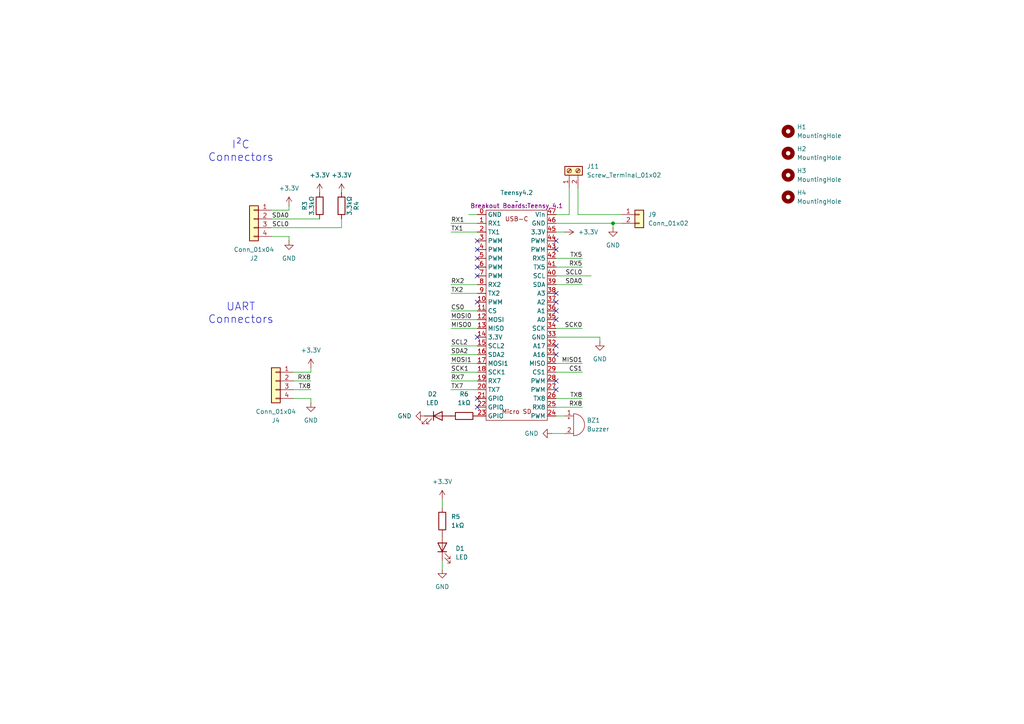
<source format=kicad_sch>
(kicad_sch (version 20231120) (generator "eeschema") (generator_version "8.0")
  (paper "A4")
  (lib_symbols
    (symbol "Breakout Boards:Teensy_4.1"
      (property "Reference" "Teensy4.1" (at 0 0 90))
      (property "Footprint" "Breakout Boards:Teensy_4.1" (at 0 0 0))
      (symbol "Teensy_4.1_0_1"
        (rectangle (start -8.89 30.48) (end 8.89 -30.48))
      )
      (symbol "Teensy_4.1_1_1"
        (text "Micro SD" (at 0 -27.94 0) (effects (font (size 1.27 1.27))))
        (text "USB-C" (at 0 27.94 0) (effects (font (size 1.27 1.27))))
        (pin input line (at -11.43 29.21 0) (length 2.54) (name "GND") (number "0"))
        (pin input line (at -11.43 26.67 0) (length 2.54) (name "RX1") (number "1"))
        (pin input line (at -11.43 3.81 0) (length 2.54) (name "PWM") (number "10"))
        (pin input line (at -11.43 1.27 0) (length 2.54) (name "CS") (number "11"))
        (pin input line (at -11.43 -1.27 0) (length 2.54) (name "MOSI") (number "12"))
        (pin input line (at -11.43 -3.81 0) (length 2.54) (name "MISO") (number "13"))
        (pin input line (at -11.43 -6.35 0) (length 2.54) (name "3.3V") (number "14"))
        (pin input line (at -11.43 -8.89 0) (length 2.54) (name "SCL2") (number "15"))
        (pin input line (at -11.43 -11.43 0) (length 2.54) (name "SDA2") (number "16"))
        (pin input line (at -11.43 -13.97 0) (length 2.54) (name "MOSI1") (number "17"))
        (pin input line (at -11.43 -16.51 0) (length 2.54) (name "SCK1") (number "18"))
        (pin input line (at -11.43 -19.05 0) (length 2.54) (name "RX7") (number "19"))
        (pin input line (at -11.43 24.13 0) (length 2.54) (name "TX1") (number "2"))
        (pin input line (at -11.43 -21.59 0) (length 2.54) (name "TX7") (number "20"))
        (pin input line (at -11.43 -24.13 0) (length 2.54) (name "GPIO") (number "21"))
        (pin input line (at -11.43 -26.67 0) (length 2.54) (name "GPIO") (number "22"))
        (pin input line (at -11.43 -29.21 0) (length 2.54) (name "GPIO") (number "23"))
        (pin input line (at 11.43 -29.21 180) (length 2.54) (name "PWM") (number "24"))
        (pin input line (at 11.43 -26.67 180) (length 2.54) (name "RX8") (number "25"))
        (pin input line (at 11.43 -24.13 180) (length 2.54) (name "TX8") (number "26"))
        (pin input line (at 11.43 -21.59 180) (length 2.54) (name "PWM") (number "27"))
        (pin input line (at 11.43 -19.05 180) (length 2.54) (name "PWM") (number "28"))
        (pin input line (at 11.43 -16.51 180) (length 2.54) (name "CS1") (number "29"))
        (pin input line (at -11.43 21.59 0) (length 2.54) (name "PWM") (number "3"))
        (pin input line (at 11.43 -13.97 180) (length 2.54) (name "MISO") (number "30"))
        (pin input line (at 11.43 -11.43 180) (length 2.54) (name "A16") (number "31"))
        (pin input line (at 11.43 -8.89 180) (length 2.54) (name "A17") (number "32"))
        (pin input line (at 11.43 -6.35 180) (length 2.54) (name "GND") (number "33"))
        (pin input line (at 11.43 -3.81 180) (length 2.54) (name "SCK") (number "34"))
        (pin input line (at 11.43 -1.27 180) (length 2.54) (name "A0") (number "35"))
        (pin input line (at 11.43 1.27 180) (length 2.54) (name "A1") (number "36"))
        (pin input line (at 11.43 3.81 180) (length 2.54) (name "A2") (number "37"))
        (pin input line (at 11.43 6.35 180) (length 2.54) (name "A3") (number "38"))
        (pin input line (at 11.43 8.89 180) (length 2.54) (name "SDA") (number "39"))
        (pin input line (at -11.43 19.05 0) (length 2.54) (name "PWM") (number "4"))
        (pin input line (at 11.43 11.43 180) (length 2.54) (name "SCL") (number "40"))
        (pin input line (at 11.43 13.97 180) (length 2.54) (name "TX5") (number "41"))
        (pin input line (at 11.43 16.51 180) (length 2.54) (name "RX5") (number "42"))
        (pin input line (at 11.43 19.05 180) (length 2.54) (name "PWM") (number "43"))
        (pin input line (at 11.43 21.59 180) (length 2.54) (name "PWM") (number "44"))
        (pin input line (at 11.43 24.13 180) (length 2.54) (name "3.3V") (number "45"))
        (pin input line (at 11.43 26.67 180) (length 2.54) (name "GND") (number "46"))
        (pin input line (at 11.43 29.21 180) (length 2.54) (name "Vin") (number "47"))
        (pin input line (at -11.43 16.51 0) (length 2.54) (name "PWM") (number "5"))
        (pin input line (at -11.43 13.97 0) (length 2.54) (name "PWM") (number "6"))
        (pin input line (at -11.43 11.43 0) (length 2.54) (name "PWM") (number "7"))
        (pin input line (at -11.43 8.89 0) (length 2.54) (name "RX2") (number "8"))
        (pin input line (at -11.43 6.35 0) (length 2.54) (name "TX2") (number "9"))
      )
    )
    (symbol "Connector:Screw_Terminal_01x02" (pin_names (offset 1.016) hide)
      (property "Reference" "J" (at 0 2.54 0))
      (property "Value" "Screw_Terminal_01x02" (at 0 -5.08 0))
      (symbol "Screw_Terminal_01x02_1_1"
        (rectangle (start -1.27 1.27) (end 1.27 -3.81) (stroke (width 0.254)) (fill (type background)))
        (circle (center 0 -2.54) (radius 0.635) (stroke (width 0.1524)))
        (polyline (pts (xy -0.5334 -2.2098) (xy 0.3302 -3.048)) (stroke (width 0.1524)))
        (polyline (pts (xy -0.5334 0.3302) (xy 0.3302 -0.508)) (stroke (width 0.1524)))
        (polyline (pts (xy -0.3556 -2.032) (xy 0.508 -2.8702)) (stroke (width 0.1524)))
        (polyline (pts (xy -0.3556 0.508) (xy 0.508 -0.3302)) (stroke (width 0.1524)))
        (circle (center 0 0) (radius 0.635) (stroke (width 0.1524)))
        (pin passive line (at -5.08 0 0) (length 3.81) (name "Pin_1") (number "1"))
        (pin passive line (at -5.08 -2.54 0) (length 3.81) (name "Pin_2") (number "2"))
      )
    )
    (symbol "Connector_Generic:Conn_01x02" (pin_names (offset 1.016) hide)
      (property "Reference" "J" (at 0 2.54 0))
      (property "Value" "Conn_01x02" (at 0 -5.08 0))
      (symbol "Conn_01x02_1_1"
        (rectangle (start -1.27 -2.413) (end 0 -2.667) (stroke (width 0.1524)))
        (rectangle (start -1.27 0.127) (end 0 -0.127) (stroke (width 0.1524)))
        (rectangle (start -1.27 1.27) (end 1.27 -3.81) (stroke (width 0.254)) (fill (type background)))
        (pin passive line (at -5.08 0 0) (length 3.81) (name "Pin_1") (number "1"))
        (pin passive line (at -5.08 -2.54 0) (length 3.81) (name "Pin_2") (number "2"))
      )
    )
    (symbol "Connector_Generic:Conn_01x04" (pin_names (offset 1.016) hide)
      (property "Reference" "J" (at 0 5.08 0))
      (property "Value" "Conn_01x04" (at 0 -7.62 0))
      (symbol "Conn_01x04_1_1"
        (rectangle (start -1.27 -4.953) (end 0 -5.207) (stroke (width 0.1524)))
        (rectangle (start -1.27 -2.413) (end 0 -2.667) (stroke (width 0.1524)))
        (rectangle (start -1.27 0.127) (end 0 -0.127) (stroke (width 0.1524)))
        (rectangle (start -1.27 2.667) (end 0 2.413) (stroke (width 0.1524)))
        (rectangle (start -1.27 3.81) (end 1.27 -6.35) (stroke (width 0.254)) (fill (type background)))
        (pin passive line (at -5.08 2.54 0) (length 3.81) (name "Pin_1") (number "1"))
        (pin passive line (at -5.08 0 0) (length 3.81) (name "Pin_2") (number "2"))
        (pin passive line (at -5.08 -2.54 0) (length 3.81) (name "Pin_3") (number "3"))
        (pin passive line (at -5.08 -5.08 0) (length 3.81) (name "Pin_4") (number "4"))
      )
    )
    (symbol "Device:Buzzer" (pin_names (offset 0.0254) hide)
      (property "Reference" "BZ" (at 3.81 1.27 0))
      (property "Value" "Buzzer" (at 3.81 -1.27 0))
      (symbol "Buzzer_0_1"
        (arc (start 0 -3.175) (mid 3.1612 0) (end 0 3.175))
        (polyline (pts (xy -1.651 1.905) (xy -1.143 1.905)))
        (polyline (pts (xy -1.397 2.159) (xy -1.397 1.651)))
        (polyline (pts (xy 0 3.175) (xy 0 -3.175)))
      )
      (symbol "Buzzer_1_1"
        (pin passive line (at -2.54 2.54 0) (length 2.54) (name "+") (number "1"))
        (pin passive line (at -2.54 -2.54 0) (length 2.54) (name "-") (number "2"))
      )
    )
    (symbol "Device:LED" (pin_numbers hide) (pin_names (offset 1.016) hide)
      (property "Reference" "D" (at 0 2.54 0))
      (property "Value" "LED" (at 0 -2.54 0))
      (symbol "LED_0_1"
        (polyline (pts (xy -1.27 -1.27) (xy -1.27 1.27)) (stroke (width 0.254)))
        (polyline (pts (xy -1.27 0) (xy 1.27 0)))
        (polyline (pts (xy 1.27 -1.27) (xy 1.27 1.27) (xy -1.27 0) (xy 1.27 -1.27)) (stroke (width 0.254)))
        (polyline (pts (xy -3.048 -0.762) (xy -4.572 -2.286) (xy -3.81 -2.286) (xy -4.572 -2.286) (xy -4.572 -1.524)))
        (polyline (pts (xy -1.778 -0.762) (xy -3.302 -2.286) (xy -2.54 -2.286) (xy -3.302 -2.286) (xy -3.302 -1.524)))
      )
      (symbol "LED_1_1"
        (pin passive line (at -3.81 0 0) (length 2.54) (name "K") (number "1"))
        (pin passive line (at 3.81 0 180) (length 2.54) (name "A") (number "2"))
      )
    )
    (symbol "Device:R" (pin_numbers hide) (pin_names (offset 0))
      (property "Reference" "R" (at 2.032 0 90))
      (property "Value" "R" (at 0 0 90))
      (symbol "R_0_1"
        (rectangle (start -1.016 -2.54) (end 1.016 2.54) (stroke (width 0.254)))
      )
      (symbol "R_1_1"
        (pin passive line (at 0 3.81 270) (length 1.27) (name "~") (number "1"))
        (pin passive line (at 0 -3.81 90) (length 1.27) (name "~") (number "2"))
      )
    )
    (symbol "Mechanical:MountingHole" (pin_names (offset 1.016)) (exclude_from_sim yes) (in_bom no)
      (property "Reference" "H" (at 0 5.08 0))
      (property "Value" "MountingHole" (at 0 3.175 0))
      (symbol "MountingHole_0_1"
        (circle (center 0 0) (radius 1.27) (stroke (width 1.27)))
      )
    )
    (symbol "power:+3.3V" (power) (pin_numbers hide) (pin_names (offset 0) hide)
      (property "Value" "+3.3V" (at 0 3.556 0))
      (symbol "+3.3V_0_1"
        (polyline (pts (xy -0.762 1.27) (xy 0 2.54)))
        (polyline (pts (xy 0 0) (xy 0 2.54)))
        (polyline (pts (xy 0 2.54) (xy 0.762 1.27)))
      )
      (symbol "+3.3V_1_1"
        (pin power_in line (at 0 0 90) (length 0) (name "~") (number "1"))
      )
    )
    (symbol "power:GND" (power) (pin_numbers hide) (pin_names (offset 0) hide)
      (property "Value" "GND" (at 0 -3.81 0))
      (symbol "GND_0_1"
        (polyline (pts (xy 0 0) (xy 0 -1.27) (xy 1.27 -1.27) (xy 0 -2.54) (xy -1.27 -1.27) (xy 0 -1.27)))
      )
      (symbol "GND_1_1"
        (pin power_in line (at 0 0 270) (length 0) (name "~") (number "1"))
      )
    )
  )
  (junction (at 177.8 64.77))
  (no_connect (at 161.29 69.85))
  (no_connect (at 161.29 90.17))
  (no_connect (at 161.29 113.03))
  (no_connect (at 138.43 74.93))
  (no_connect (at 161.29 72.39))
  (no_connect (at 161.29 87.63))
  (no_connect (at 161.29 110.49))
  (no_connect (at 161.29 102.87))
  (no_connect (at 138.43 77.47))
  (no_connect (at 138.43 69.85))
  (no_connect (at 161.29 92.71))
  (no_connect (at 138.43 118.11))
  (no_connect (at 161.29 100.33))
  (no_connect (at 138.43 87.63))
  (no_connect (at 138.43 72.39))
  (no_connect (at 138.43 80.01))
  (no_connect (at 138.43 115.57))
  (no_connect (at 138.43 97.79))
  (no_connect (at 161.29 85.09))
  (wire (pts (xy 130.81 110.49) (xy 138.43 110.49)))
  (wire (pts (xy 78.74 63.5) (xy 92.71 63.5)))
  (wire (pts (xy 165.1 54.61) (xy 165.1 62.23)))
  (wire (pts (xy 130.81 64.77) (xy 138.43 64.77)))
  (wire (pts (xy 85.09 107.95) (xy 90.17 107.95)))
  (wire (pts (xy 177.8 66.04) (xy 177.8 64.77)))
  (wire (pts (xy 85.09 110.49) (xy 90.17 110.49)))
  (wire (pts (xy 168.91 118.11) (xy 161.29 118.11)))
  (wire (pts (xy 168.91 77.47) (xy 161.29 77.47)))
  (wire (pts (xy 130.81 107.95) (xy 138.43 107.95)))
  (wire (pts (xy 78.74 60.96) (xy 83.82 60.96)))
  (wire (pts (xy 130.81 82.55) (xy 138.43 82.55)))
  (wire (pts (xy 130.81 100.33) (xy 138.43 100.33)))
  (wire (pts (xy 90.17 106.68) (xy 90.17 107.95)))
  (wire (pts (xy 165.1 62.23) (xy 161.29 62.23)))
  (wire (pts (xy 83.82 59.69) (xy 83.82 60.96)))
  (wire (pts (xy 160.02 125.73) (xy 163.83 125.73)))
  (wire (pts (xy 99.06 63.5) (xy 99.06 66.04)))
  (wire (pts (xy 130.81 67.31) (xy 138.43 67.31)))
  (wire (pts (xy 83.82 68.58) (xy 83.82 69.85)))
  (wire (pts (xy 130.81 90.17) (xy 138.43 90.17)))
  (wire (pts (xy 128.27 165.1) (xy 128.27 162.56)))
  (wire (pts (xy 78.74 68.58) (xy 83.82 68.58)))
  (wire (pts (xy 161.29 67.31) (xy 163.83 67.31)))
  (wire (pts (xy 161.29 107.95) (xy 168.91 107.95)))
  (wire (pts (xy 180.34 62.23) (xy 167.64 62.23)))
  (wire (pts (xy 168.91 74.93) (xy 161.29 74.93)))
  (wire (pts (xy 161.29 97.79) (xy 173.99 97.79)))
  (wire (pts (xy 85.09 113.03) (xy 90.17 113.03)))
  (wire (pts (xy 130.81 102.87) (xy 138.43 102.87)))
  (wire (pts (xy 135.89 62.23) (xy 138.43 62.23)))
  (wire (pts (xy 130.81 92.71) (xy 138.43 92.71)))
  (wire (pts (xy 161.29 105.41) (xy 168.91 105.41)))
  (wire (pts (xy 130.81 105.41) (xy 138.43 105.41)))
  (wire (pts (xy 177.8 64.77) (xy 180.34 64.77)))
  (wire (pts (xy 167.64 62.23) (xy 167.64 54.61)))
  (wire (pts (xy 161.29 80.01) (xy 171.45 80.01)))
  (wire (pts (xy 168.91 115.57) (xy 161.29 115.57)))
  (wire (pts (xy 161.29 64.77) (xy 177.8 64.77)))
  (wire (pts (xy 130.81 85.09) (xy 138.43 85.09)))
  (wire (pts (xy 161.29 95.25) (xy 168.91 95.25)))
  (wire (pts (xy 161.29 120.65) (xy 163.83 120.65)))
  (wire (pts (xy 130.81 95.25) (xy 138.43 95.25)))
  (wire (pts (xy 128.27 144.78) (xy 128.27 147.32)))
  (wire (pts (xy 161.29 82.55) (xy 168.91 82.55)))
  (wire (pts (xy 90.17 115.57) (xy 90.17 116.84)))
  (wire (pts (xy 85.09 115.57) (xy 90.17 115.57)))
  (wire (pts (xy 78.74 66.04) (xy 99.06 66.04)))
  (wire (pts (xy 130.81 113.03) (xy 138.43 113.03)))
  (wire (pts (xy 173.99 97.79) (xy 173.99 99.06)))
  (text "I²C\nConnectors" (at 69.85 43.942 0) (effects (font (size 2.27 2.27))))
  (text "UART\nConnectors" (at 69.85 90.932 0) (effects (font (size 2.27 2.27))))
  (label "RX1" (at 130.81 64.77 0))
  (label "SDA2" (at 130.81 102.87 0))
  (label "RX7" (at 130.81 110.49 0))
  (label "SDA0" (at 168.91 82.55 180))
  (label "MOSI1" (at 130.81 105.41 0))
  (label "SCL2" (at 130.81 100.33 0))
  (label "TX2" (at 130.81 85.09 0))
  (label "MISO0" (at 130.81 95.25 0))
  (label "TX8" (at 90.17 113.03 180))
  (label "MISO1" (at 168.91 105.41 180))
  (label "TX1" (at 130.81 67.31 0))
  (label "TX8" (at 168.91 115.57 180))
  (label "CS0" (at 130.81 90.17 0))
  (label "SCK0" (at 168.91 95.25 180))
  (label "MOSI0" (at 130.81 92.71 0))
  (label "TX5" (at 168.91 74.93 180))
  (label "RX8" (at 90.17 110.49 180))
  (label "RX5" (at 168.91 77.47 180))
  (label "SCL0" (at 168.91 80.01 180))
  (label "TX7" (at 130.81 113.03 0))
  (label "SCL0" (at 83.82 66.04 180))
  (label "SCK1" (at 130.81 107.95 0))
  (label "SDA0" (at 83.82 63.5 180))
  (label "CS1" (at 168.91 107.95 180))
  (label "RX8" (at 168.91 118.11 180))
  (label "RX2" (at 130.81 82.55 0))
  (symbol (lib_id "Mechanical:MountingHole") (at 228.6 57.15 0) (unit 1) (exclude_from_sim yes) (in_bom no)
    (property "Reference" "H4" (at 231.14 55.8799 0) (effects (justify left)))
    (property "Value" "MountingHole" (at 231.14 58.4199 0) (effects (justify left)))
    (property "Footprint" "MountingHole:MountingHole_3.2mm_M3" (effects (hide yes)))
    (property "Description" "Mounting Hole without connection" (effects (hide yes)))
  )
  (symbol (lib_id "power:+3.3V") (at 99.06 55.88 0) (unit 1)
    (property "Reference" "#PWR026" (effects (hide yes)))
    (property "Value" "+3.3V" (at 99.06 50.8 0))
    (property "Description" "Power symbol creates a global label with name \"+3.3V\"" (effects (hide yes)))
  )
  (symbol (lib_id "power:+3.3V") (at 90.17 106.68 0) (unit 1)
    (property "Reference" "#PWR012" (effects (hide yes)))
    (property "Value" "+3.3V" (at 90.17 101.6 0))
    (property "Description" "Power symbol creates a global label with name \"+3.3V\"" (effects (hide yes)))
  )
  (symbol (lib_id "Breakout Boards:Teensy_4.1") (at 149.86 91.44 0) (unit 1)
    (property "Reference" "Teensy4.2" (at 149.86 55.88 0))
    (property "Value" "~" (at 149.86 58.42 0))
    (property "Footprint" "Breakout Boards:Teensy_4.1" (at 149.86 59.69 0))
  )
  (symbol (lib_id "power:+3.3V") (at 83.82 59.69 0) (unit 1)
    (property "Reference" "#PWR05" (effects (hide yes)))
    (property "Value" "+3.3V" (at 83.82 54.61 0))
    (property "Description" "Power symbol creates a global label with name \"+3.3V\"" (effects (hide yes)))
  )
  (symbol (lib_id "Device:LED") (at 128.27 158.75 90) (unit 1)
    (property "Reference" "D1" (at 132.08 159.0674 90) (effects (justify right)))
    (property "Value" "LED" (at 132.08 161.6074 90) (effects (justify right)))
    (property "Footprint" "LED_SMD:LED_0805_2012Metric_Pad1.15x1.40mm_HandSolder" (effects (hide yes)))
    (property "Description" "Light emitting diode" (effects (hide yes)))
  )
  (symbol (lib_id "Mechanical:MountingHole") (at 228.6 44.45 0) (unit 1) (exclude_from_sim yes) (in_bom no)
    (property "Reference" "H2" (at 231.14 43.1799 0) (effects (justify left)))
    (property "Value" "MountingHole" (at 231.14 45.7199 0) (effects (justify left)))
    (property "Footprint" "MountingHole:MountingHole_3.2mm_M3" (effects (hide yes)))
    (property "Description" "Mounting Hole without connection" (effects (hide yes)))
  )
  (symbol (lib_id "Mechanical:MountingHole") (at 228.6 50.8 0) (unit 1) (exclude_from_sim yes) (in_bom no)
    (property "Reference" "H3" (at 231.14 49.5299 0) (effects (justify left)))
    (property "Value" "MountingHole" (at 231.14 52.0699 0) (effects (justify left)))
    (property "Footprint" "MountingHole:MountingHole_3.2mm_M3" (effects (hide yes)))
    (property "Description" "Mounting Hole without connection" (effects (hide yes)))
  )
  (symbol (lib_id "Device:R") (at 99.06 59.69 0) (unit 1)
    (property "Reference" "R4" (at 103.378 59.69 90))
    (property "Value" "3.3kΩ" (at 101.346 59.69 90))
    (property "Footprint" "Resistor_SMD:R_0805_2012Metric_Pad1.20x1.40mm_HandSolder" (effects (hide yes)))
    (property "Description" "Resistor" (effects (hide yes)))
  )
  (symbol (lib_id "power:+3.3V") (at 92.71 55.88 0) (unit 1)
    (property "Reference" "#PWR025" (effects (hide yes)))
    (property "Value" "+3.3V" (at 92.71 50.8 0))
    (property "Description" "Power symbol creates a global label with name \"+3.3V\"" (effects (hide yes)))
  )
  (symbol (lib_id "Mechanical:MountingHole") (at 228.6 38.1 0) (unit 1) (exclude_from_sim yes) (in_bom no)
    (property "Reference" "H1" (at 231.14 36.8299 0) (effects (justify left)))
    (property "Value" "MountingHole" (at 231.14 39.3699 0) (effects (justify left)))
    (property "Footprint" "MountingHole:MountingHole_3.2mm_M3" (effects (hide yes)))
    (property "Description" "Mounting Hole without connection" (effects (hide yes)))
  )
  (symbol (lib_id "power:GND") (at 173.99 99.06 0) (unit 1)
    (property "Reference" "#PWR02" (effects (hide yes)))
    (property "Value" "GND" (at 173.99 104.14 0))
    (property "Description" "Power symbol creates a global label with name \"GND\" , ground" (effects (hide yes)))
  )
  (symbol (lib_id "Connector_Generic:Conn_01x02") (at 185.42 62.23 0) (unit 1)
    (property "Reference" "J9" (at 187.96 62.2299 0) (effects (justify left)))
    (property "Value" "Conn_01x02" (at 187.96 64.7699 0) (effects (justify left)))
    (property "Footprint" "Connector_JST:JST_EH_B2B-EH-A_1x02_P2.50mm_Vertical" (effects (hide yes)))
    (property "Description" "Generic connector, single row, 01x02, script generated (kicad-library-utils/schlib/autogen/connector/)" (effects (hide yes)))
  )
  (symbol (lib_id "Device:R") (at 134.62 120.65 90) (unit 1)
    (property "Reference" "R6" (at 134.62 114.3 90))
    (property "Value" "1kΩ" (at 134.62 116.84 90))
    (property "Footprint" "Resistor_SMD:R_0805_2012Metric_Pad1.20x1.40mm_HandSolder" (effects (hide yes)))
    (property "Description" "Resistor" (effects (hide yes)))
  )
  (symbol (lib_id "Device:LED") (at 127 120.65 0) (unit 1)
    (property "Reference" "D2" (at 125.4125 114.3 0))
    (property "Value" "LED" (at 125.4125 116.84 0))
    (property "Footprint" "LED_SMD:LED_0805_2012Metric_Pad1.15x1.40mm_HandSolder" (effects (hide yes)))
    (property "Description" "Light emitting diode" (effects (hide yes)))
  )
  (symbol (lib_id "power:GND") (at 90.17 116.84 0) (unit 1)
    (property "Reference" "#PWR013" (effects (hide yes)))
    (property "Value" "GND" (at 90.17 121.92 0))
    (property "Description" "Power symbol creates a global label with name \"GND\" , ground" (effects (hide yes)))
  )
  (symbol (lib_id "power:+3.3V") (at 128.27 144.78 0) (unit 1)
    (property "Reference" "#PWR028" (effects (hide yes)))
    (property "Value" "+3.3V" (at 128.27 139.7 0))
    (property "Description" "Power symbol creates a global label with name \"+3.3V\"" (effects (hide yes)))
  )
  (symbol (lib_id "Connector_Generic:Conn_01x04") (at 73.66 63.5 0) (mirror y) (unit 1)
    (property "Reference" "J2" (at 73.66 74.93 0))
    (property "Value" "Conn_01x04" (at 73.66 72.39 0))
    (property "Footprint" "Connector_JST:JST_EH_B4B-EH-A_1x04_P2.50mm_Vertical" (effects (hide yes)))
    (property "Description" "Generic connector, single row, 01x04, script generated (kicad-library-utils/schlib/autogen/connector/)" (effects (hide yes)))
  )
  (symbol (lib_id "power:GND") (at 123.19 120.65 270) (unit 1)
    (property "Reference" "#PWR030" (effects (hide yes)))
    (property "Value" "GND" (at 119.38 120.6499 90) (effects (justify right)))
    (property "Description" "Power symbol creates a global label with name \"GND\" , ground" (effects (hide yes)))
  )
  (symbol (lib_id "power:GND") (at 160.02 125.73 270) (unit 1)
    (property "Reference" "#PWR029" (effects (hide yes)))
    (property "Value" "GND" (at 156.21 125.7299 90) (effects (justify right)))
    (property "Description" "Power symbol creates a global label with name \"GND\" , ground" (effects (hide yes)))
  )
  (symbol (lib_id "Connector_Generic:Conn_01x04") (at 80.01 110.49 0) (mirror y) (unit 1)
    (property "Reference" "J4" (at 80.01 121.92 0))
    (property "Value" "Conn_01x04" (at 80.01 119.38 0))
    (property "Footprint" "Connector_JST:JST_EH_B4B-EH-A_1x04_P2.50mm_Vertical" (effects (hide yes)))
    (property "Description" "Generic connector, single row, 01x04, script generated (kicad-library-utils/schlib/autogen/connector/)" (effects (hide yes)))
  )
  (symbol (lib_id "power:GND") (at 128.27 165.1 0) (unit 1)
    (property "Reference" "#PWR027" (effects (hide yes)))
    (property "Value" "GND" (at 128.27 170.18 0))
    (property "Description" "Power symbol creates a global label with name \"GND\" , ground" (effects (hide yes)))
  )
  (symbol (lib_id "Device:R") (at 92.71 59.69 180) (unit 1)
    (property "Reference" "R3" (at 88.392 59.69 90))
    (property "Value" "3.3kΩ" (at 90.424 59.69 90))
    (property "Footprint" "Resistor_SMD:R_0805_2012Metric_Pad1.20x1.40mm_HandSolder" (effects (hide yes)))
    (property "Description" "Resistor" (effects (hide yes)))
  )
  (symbol (lib_id "power:+3.3V") (at 163.83 67.31 270) (unit 1)
    (property "Reference" "#PWR03" (effects (hide yes)))
    (property "Value" "+3.3V" (at 167.64 67.3099 90) (effects (justify left)))
    (property "Description" "Power symbol creates a global label with name \"+3.3V\"" (effects (hide yes)))
  )
  (symbol (lib_id "power:GND") (at 177.8 66.04 0) (unit 1)
    (property "Reference" "#PWR07" (effects (hide yes)))
    (property "Value" "GND" (at 177.8 71.12 0))
    (property "Description" "Power symbol creates a global label with name \"GND\" , ground" (effects (hide yes)))
  )
  (symbol (lib_id "Device:Buzzer") (at 166.37 123.19 0) (unit 1)
    (property "Reference" "BZ1" (at 170.18 121.9199 0) (effects (justify left)))
    (property "Value" "Buzzer" (at 170.18 124.4599 0) (effects (justify left)))
    (property "Footprint" "Avionics:Adafruit_Buzzer" (effects (hide yes)))
    (property "Description" "Buzzer, polarized" (effects (hide yes)))
  )
  (symbol (lib_id "Device:R") (at 128.27 151.13 0) (unit 1)
    (property "Reference" "R5" (at 130.81 149.8599 0) (effects (justify left)))
    (property "Value" "1kΩ" (at 130.81 152.3999 0) (effects (justify left)))
    (property "Footprint" "Resistor_SMD:R_0805_2012Metric_Pad1.20x1.40mm_HandSolder" (effects (hide yes)))
    (property "Description" "Resistor" (effects (hide yes)))
  )
  (symbol (lib_id "Connector:Screw_Terminal_01x02") (at 165.1 49.53 90) (unit 1)
    (property "Reference" "J11" (at 170.18 48.2599 90) (effects (justify right)))
    (property "Value" "Screw_Terminal_01x02" (at 170.18 50.7999 90) (effects (justify right)))
    (property "Footprint" "TerminalBlock:TerminalBlock_Xinya_XY308-2.54-2P_1x02_P2.54mm_Horizontal" (effects (hide yes)))
    (property "Description" "Generic screw terminal, single row, 01x02, script generated (kicad-library-utils/schlib/autogen/connector/)" (effects (hide yes)))
  )
  (symbol (lib_id "power:GND") (at 83.82 69.85 0) (unit 1)
    (property "Reference" "#PWR06" (effects (hide yes)))
    (property "Value" "GND" (at 83.82 74.93 0))
    (property "Description" "Power symbol creates a global label with name \"GND\" , ground" (effects (hide yes)))
  )
)
</source>
